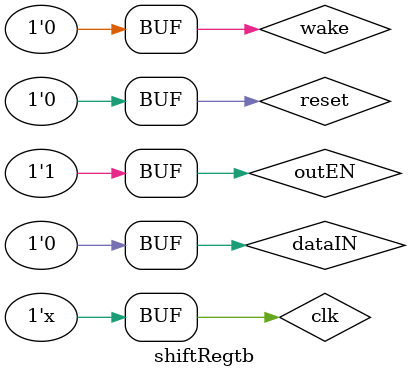
<source format=v>
`timescale 1ns / 1ps


module shiftRegtb;
 
    reg clk;
    reg reset;
    reg wake;
    reg dataIN;
    reg outEN;
    wire [15:0] CRC_out;
    shiftReg SR1(  clk,reset, wake, dataIN, outEN,  CRC_out);
    
    always #16 clk =~clk;
    initial
    begin
        reset =1;
        wake =0;
        clk=0;
        dataIN =0;
        outEN=0;
        #16;
        // SIMULATION STARTS HERE
        reset =0;
        wake =1;
        dataIN = 0;
        #32 dataIN = 1;
        #32 dataIN = 0;
        #32 dataIN = 0;
        #32 dataIN = 0;
        #32 dataIN = 0;
        #32 dataIN = 0;
        #32 dataIN = 0;
        #32 dataIN = 0;
        #32 dataIN = 0;
        #32 dataIN = 0;
        #32 dataIN = 0;
        #32 dataIN = 0;
        #32 dataIN = 0;
        #32 dataIN = 0;
        #32 dataIN = 0;
        #32 dataIN = 0;
        #32 dataIN = 1;
        #32 dataIN = 0;
        #32 dataIN = 1;
        #32 dataIN = 0;
        #32 dataIN = 1;
        #32 dataIN = 1;
        #32 dataIN = 0;
        #32;
        outEN =1;
        wake=0;
        
    end
endmodule

</source>
